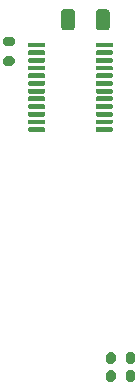
<source format=gbr>
%TF.GenerationSoftware,KiCad,Pcbnew,(5.1.9)-1*%
%TF.CreationDate,2021-09-08T17:50:27-06:00*%
%TF.ProjectId,standby_altimeter,7374616e-6462-4795-9f61-6c74696d6574,rev?*%
%TF.SameCoordinates,Original*%
%TF.FileFunction,Paste,Top*%
%TF.FilePolarity,Positive*%
%FSLAX46Y46*%
G04 Gerber Fmt 4.6, Leading zero omitted, Abs format (unit mm)*
G04 Created by KiCad (PCBNEW (5.1.9)-1) date 2021-09-08 17:50:27*
%MOMM*%
%LPD*%
G01*
G04 APERTURE LIST*
G04 APERTURE END LIST*
%TO.C,U1*%
G36*
G01*
X193592515Y-81882452D02*
X193592515Y-81682452D01*
G75*
G02*
X193692515Y-81582452I100000J0D01*
G01*
X194967515Y-81582452D01*
G75*
G02*
X195067515Y-81682452I0J-100000D01*
G01*
X195067515Y-81882452D01*
G75*
G02*
X194967515Y-81982452I-100000J0D01*
G01*
X193692515Y-81982452D01*
G75*
G02*
X193592515Y-81882452I0J100000D01*
G01*
G37*
G36*
G01*
X193592515Y-82532452D02*
X193592515Y-82332452D01*
G75*
G02*
X193692515Y-82232452I100000J0D01*
G01*
X194967515Y-82232452D01*
G75*
G02*
X195067515Y-82332452I0J-100000D01*
G01*
X195067515Y-82532452D01*
G75*
G02*
X194967515Y-82632452I-100000J0D01*
G01*
X193692515Y-82632452D01*
G75*
G02*
X193592515Y-82532452I0J100000D01*
G01*
G37*
G36*
G01*
X193592515Y-83182452D02*
X193592515Y-82982452D01*
G75*
G02*
X193692515Y-82882452I100000J0D01*
G01*
X194967515Y-82882452D01*
G75*
G02*
X195067515Y-82982452I0J-100000D01*
G01*
X195067515Y-83182452D01*
G75*
G02*
X194967515Y-83282452I-100000J0D01*
G01*
X193692515Y-83282452D01*
G75*
G02*
X193592515Y-83182452I0J100000D01*
G01*
G37*
G36*
G01*
X193592515Y-83832452D02*
X193592515Y-83632452D01*
G75*
G02*
X193692515Y-83532452I100000J0D01*
G01*
X194967515Y-83532452D01*
G75*
G02*
X195067515Y-83632452I0J-100000D01*
G01*
X195067515Y-83832452D01*
G75*
G02*
X194967515Y-83932452I-100000J0D01*
G01*
X193692515Y-83932452D01*
G75*
G02*
X193592515Y-83832452I0J100000D01*
G01*
G37*
G36*
G01*
X193592515Y-84482452D02*
X193592515Y-84282452D01*
G75*
G02*
X193692515Y-84182452I100000J0D01*
G01*
X194967515Y-84182452D01*
G75*
G02*
X195067515Y-84282452I0J-100000D01*
G01*
X195067515Y-84482452D01*
G75*
G02*
X194967515Y-84582452I-100000J0D01*
G01*
X193692515Y-84582452D01*
G75*
G02*
X193592515Y-84482452I0J100000D01*
G01*
G37*
G36*
G01*
X193592515Y-85132452D02*
X193592515Y-84932452D01*
G75*
G02*
X193692515Y-84832452I100000J0D01*
G01*
X194967515Y-84832452D01*
G75*
G02*
X195067515Y-84932452I0J-100000D01*
G01*
X195067515Y-85132452D01*
G75*
G02*
X194967515Y-85232452I-100000J0D01*
G01*
X193692515Y-85232452D01*
G75*
G02*
X193592515Y-85132452I0J100000D01*
G01*
G37*
G36*
G01*
X193592515Y-85782452D02*
X193592515Y-85582452D01*
G75*
G02*
X193692515Y-85482452I100000J0D01*
G01*
X194967515Y-85482452D01*
G75*
G02*
X195067515Y-85582452I0J-100000D01*
G01*
X195067515Y-85782452D01*
G75*
G02*
X194967515Y-85882452I-100000J0D01*
G01*
X193692515Y-85882452D01*
G75*
G02*
X193592515Y-85782452I0J100000D01*
G01*
G37*
G36*
G01*
X193592515Y-86432452D02*
X193592515Y-86232452D01*
G75*
G02*
X193692515Y-86132452I100000J0D01*
G01*
X194967515Y-86132452D01*
G75*
G02*
X195067515Y-86232452I0J-100000D01*
G01*
X195067515Y-86432452D01*
G75*
G02*
X194967515Y-86532452I-100000J0D01*
G01*
X193692515Y-86532452D01*
G75*
G02*
X193592515Y-86432452I0J100000D01*
G01*
G37*
G36*
G01*
X193592515Y-87082452D02*
X193592515Y-86882452D01*
G75*
G02*
X193692515Y-86782452I100000J0D01*
G01*
X194967515Y-86782452D01*
G75*
G02*
X195067515Y-86882452I0J-100000D01*
G01*
X195067515Y-87082452D01*
G75*
G02*
X194967515Y-87182452I-100000J0D01*
G01*
X193692515Y-87182452D01*
G75*
G02*
X193592515Y-87082452I0J100000D01*
G01*
G37*
G36*
G01*
X193592515Y-87732452D02*
X193592515Y-87532452D01*
G75*
G02*
X193692515Y-87432452I100000J0D01*
G01*
X194967515Y-87432452D01*
G75*
G02*
X195067515Y-87532452I0J-100000D01*
G01*
X195067515Y-87732452D01*
G75*
G02*
X194967515Y-87832452I-100000J0D01*
G01*
X193692515Y-87832452D01*
G75*
G02*
X193592515Y-87732452I0J100000D01*
G01*
G37*
G36*
G01*
X193592515Y-88382452D02*
X193592515Y-88182452D01*
G75*
G02*
X193692515Y-88082452I100000J0D01*
G01*
X194967515Y-88082452D01*
G75*
G02*
X195067515Y-88182452I0J-100000D01*
G01*
X195067515Y-88382452D01*
G75*
G02*
X194967515Y-88482452I-100000J0D01*
G01*
X193692515Y-88482452D01*
G75*
G02*
X193592515Y-88382452I0J100000D01*
G01*
G37*
G36*
G01*
X193592515Y-89032452D02*
X193592515Y-88832452D01*
G75*
G02*
X193692515Y-88732452I100000J0D01*
G01*
X194967515Y-88732452D01*
G75*
G02*
X195067515Y-88832452I0J-100000D01*
G01*
X195067515Y-89032452D01*
G75*
G02*
X194967515Y-89132452I-100000J0D01*
G01*
X193692515Y-89132452D01*
G75*
G02*
X193592515Y-89032452I0J100000D01*
G01*
G37*
G36*
G01*
X187867515Y-89032452D02*
X187867515Y-88832452D01*
G75*
G02*
X187967515Y-88732452I100000J0D01*
G01*
X189242515Y-88732452D01*
G75*
G02*
X189342515Y-88832452I0J-100000D01*
G01*
X189342515Y-89032452D01*
G75*
G02*
X189242515Y-89132452I-100000J0D01*
G01*
X187967515Y-89132452D01*
G75*
G02*
X187867515Y-89032452I0J100000D01*
G01*
G37*
G36*
G01*
X187867515Y-88382452D02*
X187867515Y-88182452D01*
G75*
G02*
X187967515Y-88082452I100000J0D01*
G01*
X189242515Y-88082452D01*
G75*
G02*
X189342515Y-88182452I0J-100000D01*
G01*
X189342515Y-88382452D01*
G75*
G02*
X189242515Y-88482452I-100000J0D01*
G01*
X187967515Y-88482452D01*
G75*
G02*
X187867515Y-88382452I0J100000D01*
G01*
G37*
G36*
G01*
X187867515Y-87732452D02*
X187867515Y-87532452D01*
G75*
G02*
X187967515Y-87432452I100000J0D01*
G01*
X189242515Y-87432452D01*
G75*
G02*
X189342515Y-87532452I0J-100000D01*
G01*
X189342515Y-87732452D01*
G75*
G02*
X189242515Y-87832452I-100000J0D01*
G01*
X187967515Y-87832452D01*
G75*
G02*
X187867515Y-87732452I0J100000D01*
G01*
G37*
G36*
G01*
X187867515Y-87082452D02*
X187867515Y-86882452D01*
G75*
G02*
X187967515Y-86782452I100000J0D01*
G01*
X189242515Y-86782452D01*
G75*
G02*
X189342515Y-86882452I0J-100000D01*
G01*
X189342515Y-87082452D01*
G75*
G02*
X189242515Y-87182452I-100000J0D01*
G01*
X187967515Y-87182452D01*
G75*
G02*
X187867515Y-87082452I0J100000D01*
G01*
G37*
G36*
G01*
X187867515Y-86432452D02*
X187867515Y-86232452D01*
G75*
G02*
X187967515Y-86132452I100000J0D01*
G01*
X189242515Y-86132452D01*
G75*
G02*
X189342515Y-86232452I0J-100000D01*
G01*
X189342515Y-86432452D01*
G75*
G02*
X189242515Y-86532452I-100000J0D01*
G01*
X187967515Y-86532452D01*
G75*
G02*
X187867515Y-86432452I0J100000D01*
G01*
G37*
G36*
G01*
X187867515Y-85782452D02*
X187867515Y-85582452D01*
G75*
G02*
X187967515Y-85482452I100000J0D01*
G01*
X189242515Y-85482452D01*
G75*
G02*
X189342515Y-85582452I0J-100000D01*
G01*
X189342515Y-85782452D01*
G75*
G02*
X189242515Y-85882452I-100000J0D01*
G01*
X187967515Y-85882452D01*
G75*
G02*
X187867515Y-85782452I0J100000D01*
G01*
G37*
G36*
G01*
X187867515Y-85132452D02*
X187867515Y-84932452D01*
G75*
G02*
X187967515Y-84832452I100000J0D01*
G01*
X189242515Y-84832452D01*
G75*
G02*
X189342515Y-84932452I0J-100000D01*
G01*
X189342515Y-85132452D01*
G75*
G02*
X189242515Y-85232452I-100000J0D01*
G01*
X187967515Y-85232452D01*
G75*
G02*
X187867515Y-85132452I0J100000D01*
G01*
G37*
G36*
G01*
X187867515Y-84482452D02*
X187867515Y-84282452D01*
G75*
G02*
X187967515Y-84182452I100000J0D01*
G01*
X189242515Y-84182452D01*
G75*
G02*
X189342515Y-84282452I0J-100000D01*
G01*
X189342515Y-84482452D01*
G75*
G02*
X189242515Y-84582452I-100000J0D01*
G01*
X187967515Y-84582452D01*
G75*
G02*
X187867515Y-84482452I0J100000D01*
G01*
G37*
G36*
G01*
X187867515Y-83832452D02*
X187867515Y-83632452D01*
G75*
G02*
X187967515Y-83532452I100000J0D01*
G01*
X189242515Y-83532452D01*
G75*
G02*
X189342515Y-83632452I0J-100000D01*
G01*
X189342515Y-83832452D01*
G75*
G02*
X189242515Y-83932452I-100000J0D01*
G01*
X187967515Y-83932452D01*
G75*
G02*
X187867515Y-83832452I0J100000D01*
G01*
G37*
G36*
G01*
X187867515Y-83182452D02*
X187867515Y-82982452D01*
G75*
G02*
X187967515Y-82882452I100000J0D01*
G01*
X189242515Y-82882452D01*
G75*
G02*
X189342515Y-82982452I0J-100000D01*
G01*
X189342515Y-83182452D01*
G75*
G02*
X189242515Y-83282452I-100000J0D01*
G01*
X187967515Y-83282452D01*
G75*
G02*
X187867515Y-83182452I0J100000D01*
G01*
G37*
G36*
G01*
X187867515Y-82532452D02*
X187867515Y-82332452D01*
G75*
G02*
X187967515Y-82232452I100000J0D01*
G01*
X189242515Y-82232452D01*
G75*
G02*
X189342515Y-82332452I0J-100000D01*
G01*
X189342515Y-82532452D01*
G75*
G02*
X189242515Y-82632452I-100000J0D01*
G01*
X187967515Y-82632452D01*
G75*
G02*
X187867515Y-82532452I0J100000D01*
G01*
G37*
G36*
G01*
X187867515Y-81882452D02*
X187867515Y-81682452D01*
G75*
G02*
X187967515Y-81582452I100000J0D01*
G01*
X189242515Y-81582452D01*
G75*
G02*
X189342515Y-81682452I0J-100000D01*
G01*
X189342515Y-81882452D01*
G75*
G02*
X189242515Y-81982452I-100000J0D01*
G01*
X187967515Y-81982452D01*
G75*
G02*
X187867515Y-81882452I0J100000D01*
G01*
G37*
%TD*%
%TO.C,R3*%
G36*
G01*
X196147015Y-110079952D02*
X196147015Y-109529952D01*
G75*
G02*
X196347015Y-109329952I200000J0D01*
G01*
X196747015Y-109329952D01*
G75*
G02*
X196947015Y-109529952I0J-200000D01*
G01*
X196947015Y-110079952D01*
G75*
G02*
X196747015Y-110279952I-200000J0D01*
G01*
X196347015Y-110279952D01*
G75*
G02*
X196147015Y-110079952I0J200000D01*
G01*
G37*
G36*
G01*
X194497015Y-110079952D02*
X194497015Y-109529952D01*
G75*
G02*
X194697015Y-109329952I200000J0D01*
G01*
X195097015Y-109329952D01*
G75*
G02*
X195297015Y-109529952I0J-200000D01*
G01*
X195297015Y-110079952D01*
G75*
G02*
X195097015Y-110279952I-200000J0D01*
G01*
X194697015Y-110279952D01*
G75*
G02*
X194497015Y-110079952I0J200000D01*
G01*
G37*
%TD*%
%TO.C,R2*%
G36*
G01*
X196147015Y-108555952D02*
X196147015Y-108005952D01*
G75*
G02*
X196347015Y-107805952I200000J0D01*
G01*
X196747015Y-107805952D01*
G75*
G02*
X196947015Y-108005952I0J-200000D01*
G01*
X196947015Y-108555952D01*
G75*
G02*
X196747015Y-108755952I-200000J0D01*
G01*
X196347015Y-108755952D01*
G75*
G02*
X196147015Y-108555952I0J200000D01*
G01*
G37*
G36*
G01*
X194497015Y-108555952D02*
X194497015Y-108005952D01*
G75*
G02*
X194697015Y-107805952I200000J0D01*
G01*
X195097015Y-107805952D01*
G75*
G02*
X195297015Y-108005952I0J-200000D01*
G01*
X195297015Y-108555952D01*
G75*
G02*
X195097015Y-108755952I-200000J0D01*
G01*
X194697015Y-108755952D01*
G75*
G02*
X194497015Y-108555952I0J200000D01*
G01*
G37*
%TD*%
%TO.C,R1*%
G36*
G01*
X185985515Y-82734452D02*
X186535515Y-82734452D01*
G75*
G02*
X186735515Y-82934452I0J-200000D01*
G01*
X186735515Y-83334452D01*
G75*
G02*
X186535515Y-83534452I-200000J0D01*
G01*
X185985515Y-83534452D01*
G75*
G02*
X185785515Y-83334452I0J200000D01*
G01*
X185785515Y-82934452D01*
G75*
G02*
X185985515Y-82734452I200000J0D01*
G01*
G37*
G36*
G01*
X185985515Y-81084452D02*
X186535515Y-81084452D01*
G75*
G02*
X186735515Y-81284452I0J-200000D01*
G01*
X186735515Y-81684452D01*
G75*
G02*
X186535515Y-81884452I-200000J0D01*
G01*
X185985515Y-81884452D01*
G75*
G02*
X185785515Y-81684452I0J200000D01*
G01*
X185785515Y-81284452D01*
G75*
G02*
X185985515Y-81084452I200000J0D01*
G01*
G37*
%TD*%
%TO.C,C1*%
G36*
G01*
X191837515Y-78992451D02*
X191837515Y-80292453D01*
G75*
G02*
X191587516Y-80542452I-249999J0D01*
G01*
X190937514Y-80542452D01*
G75*
G02*
X190687515Y-80292453I0J249999D01*
G01*
X190687515Y-78992451D01*
G75*
G02*
X190937514Y-78742452I249999J0D01*
G01*
X191587516Y-78742452D01*
G75*
G02*
X191837515Y-78992451I0J-249999D01*
G01*
G37*
G36*
G01*
X194787515Y-78992451D02*
X194787515Y-80292453D01*
G75*
G02*
X194537516Y-80542452I-249999J0D01*
G01*
X193887514Y-80542452D01*
G75*
G02*
X193637515Y-80292453I0J249999D01*
G01*
X193637515Y-78992451D01*
G75*
G02*
X193887514Y-78742452I249999J0D01*
G01*
X194537516Y-78742452D01*
G75*
G02*
X194787515Y-78992451I0J-249999D01*
G01*
G37*
%TD*%
M02*

</source>
